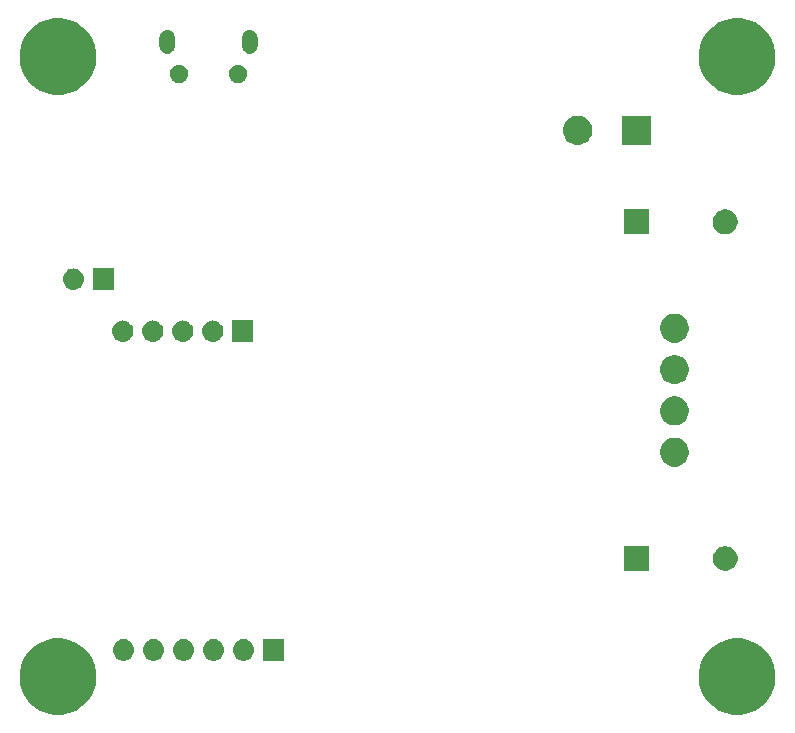
<source format=gbr>
G04 #@! TF.GenerationSoftware,KiCad,Pcbnew,5.1.4-e60b266~84~ubuntu18.04.1*
G04 #@! TF.CreationDate,2020-01-21T10:37:06-03:00*
G04 #@! TF.ProjectId,tecsci_dip,74656373-6369-45f6-9469-702e6b696361,v1.3*
G04 #@! TF.SameCoordinates,Original*
G04 #@! TF.FileFunction,Soldermask,Bot*
G04 #@! TF.FilePolarity,Negative*
%FSLAX46Y46*%
G04 Gerber Fmt 4.6, Leading zero omitted, Abs format (unit mm)*
G04 Created by KiCad (PCBNEW 5.1.4-e60b266~84~ubuntu18.04.1) date 2020-01-21 10:37:06*
%MOMM*%
%LPD*%
G04 APERTURE LIST*
%ADD10C,0.100000*%
G04 APERTURE END LIST*
D10*
G36*
X117884239Y-108061467D02*
G01*
X118198282Y-108123934D01*
X118789926Y-108369001D01*
X119322392Y-108724784D01*
X119775216Y-109177608D01*
X120130999Y-109710074D01*
X120376066Y-110301718D01*
X120376066Y-110301719D01*
X120501000Y-110929803D01*
X120501000Y-111570197D01*
X120438533Y-111884239D01*
X120376066Y-112198282D01*
X120130999Y-112789926D01*
X119775216Y-113322392D01*
X119322392Y-113775216D01*
X118789926Y-114130999D01*
X118198282Y-114376066D01*
X117884239Y-114438533D01*
X117570197Y-114501000D01*
X116929803Y-114501000D01*
X116615761Y-114438533D01*
X116301718Y-114376066D01*
X115710074Y-114130999D01*
X115177608Y-113775216D01*
X114724784Y-113322392D01*
X114369001Y-112789926D01*
X114123934Y-112198282D01*
X114061467Y-111884239D01*
X113999000Y-111570197D01*
X113999000Y-110929803D01*
X114123934Y-110301719D01*
X114123934Y-110301718D01*
X114369001Y-109710074D01*
X114724784Y-109177608D01*
X115177608Y-108724784D01*
X115710074Y-108369001D01*
X116301718Y-108123934D01*
X116615761Y-108061467D01*
X116929803Y-107999000D01*
X117570197Y-107999000D01*
X117884239Y-108061467D01*
X117884239Y-108061467D01*
G37*
G36*
X60384239Y-108061467D02*
G01*
X60698282Y-108123934D01*
X61289926Y-108369001D01*
X61822392Y-108724784D01*
X62275216Y-109177608D01*
X62630999Y-109710074D01*
X62876066Y-110301718D01*
X62876066Y-110301719D01*
X63001000Y-110929803D01*
X63001000Y-111570197D01*
X62938533Y-111884239D01*
X62876066Y-112198282D01*
X62630999Y-112789926D01*
X62275216Y-113322392D01*
X61822392Y-113775216D01*
X61289926Y-114130999D01*
X60698282Y-114376066D01*
X60384239Y-114438533D01*
X60070197Y-114501000D01*
X59429803Y-114501000D01*
X59115761Y-114438533D01*
X58801718Y-114376066D01*
X58210074Y-114130999D01*
X57677608Y-113775216D01*
X57224784Y-113322392D01*
X56869001Y-112789926D01*
X56623934Y-112198282D01*
X56561467Y-111884239D01*
X56499000Y-111570197D01*
X56499000Y-110929803D01*
X56623934Y-110301719D01*
X56623934Y-110301718D01*
X56869001Y-109710074D01*
X57224784Y-109177608D01*
X57677608Y-108724784D01*
X58210074Y-108369001D01*
X58801718Y-108123934D01*
X59115761Y-108061467D01*
X59429803Y-107999000D01*
X60070197Y-107999000D01*
X60384239Y-108061467D01*
X60384239Y-108061467D01*
G37*
G36*
X78901000Y-109901000D02*
G01*
X77099000Y-109901000D01*
X77099000Y-108099000D01*
X78901000Y-108099000D01*
X78901000Y-109901000D01*
X78901000Y-109901000D01*
G37*
G36*
X75570442Y-108105518D02*
G01*
X75636627Y-108112037D01*
X75806466Y-108163557D01*
X75962991Y-108247222D01*
X75998729Y-108276552D01*
X76100186Y-108359814D01*
X76183448Y-108461271D01*
X76212778Y-108497009D01*
X76296443Y-108653534D01*
X76347963Y-108823373D01*
X76365359Y-109000000D01*
X76347963Y-109176627D01*
X76296443Y-109346466D01*
X76212778Y-109502991D01*
X76208237Y-109508524D01*
X76100186Y-109640186D01*
X75998729Y-109723448D01*
X75962991Y-109752778D01*
X75806466Y-109836443D01*
X75636627Y-109887963D01*
X75570443Y-109894481D01*
X75504260Y-109901000D01*
X75415740Y-109901000D01*
X75349557Y-109894481D01*
X75283373Y-109887963D01*
X75113534Y-109836443D01*
X74957009Y-109752778D01*
X74921271Y-109723448D01*
X74819814Y-109640186D01*
X74711763Y-109508524D01*
X74707222Y-109502991D01*
X74623557Y-109346466D01*
X74572037Y-109176627D01*
X74554641Y-109000000D01*
X74572037Y-108823373D01*
X74623557Y-108653534D01*
X74707222Y-108497009D01*
X74736552Y-108461271D01*
X74819814Y-108359814D01*
X74921271Y-108276552D01*
X74957009Y-108247222D01*
X75113534Y-108163557D01*
X75283373Y-108112037D01*
X75349558Y-108105518D01*
X75415740Y-108099000D01*
X75504260Y-108099000D01*
X75570442Y-108105518D01*
X75570442Y-108105518D01*
G37*
G36*
X73030442Y-108105518D02*
G01*
X73096627Y-108112037D01*
X73266466Y-108163557D01*
X73422991Y-108247222D01*
X73458729Y-108276552D01*
X73560186Y-108359814D01*
X73643448Y-108461271D01*
X73672778Y-108497009D01*
X73756443Y-108653534D01*
X73807963Y-108823373D01*
X73825359Y-109000000D01*
X73807963Y-109176627D01*
X73756443Y-109346466D01*
X73672778Y-109502991D01*
X73668237Y-109508524D01*
X73560186Y-109640186D01*
X73458729Y-109723448D01*
X73422991Y-109752778D01*
X73266466Y-109836443D01*
X73096627Y-109887963D01*
X73030443Y-109894481D01*
X72964260Y-109901000D01*
X72875740Y-109901000D01*
X72809557Y-109894481D01*
X72743373Y-109887963D01*
X72573534Y-109836443D01*
X72417009Y-109752778D01*
X72381271Y-109723448D01*
X72279814Y-109640186D01*
X72171763Y-109508524D01*
X72167222Y-109502991D01*
X72083557Y-109346466D01*
X72032037Y-109176627D01*
X72014641Y-109000000D01*
X72032037Y-108823373D01*
X72083557Y-108653534D01*
X72167222Y-108497009D01*
X72196552Y-108461271D01*
X72279814Y-108359814D01*
X72381271Y-108276552D01*
X72417009Y-108247222D01*
X72573534Y-108163557D01*
X72743373Y-108112037D01*
X72809558Y-108105518D01*
X72875740Y-108099000D01*
X72964260Y-108099000D01*
X73030442Y-108105518D01*
X73030442Y-108105518D01*
G37*
G36*
X70490442Y-108105518D02*
G01*
X70556627Y-108112037D01*
X70726466Y-108163557D01*
X70882991Y-108247222D01*
X70918729Y-108276552D01*
X71020186Y-108359814D01*
X71103448Y-108461271D01*
X71132778Y-108497009D01*
X71216443Y-108653534D01*
X71267963Y-108823373D01*
X71285359Y-109000000D01*
X71267963Y-109176627D01*
X71216443Y-109346466D01*
X71132778Y-109502991D01*
X71128237Y-109508524D01*
X71020186Y-109640186D01*
X70918729Y-109723448D01*
X70882991Y-109752778D01*
X70726466Y-109836443D01*
X70556627Y-109887963D01*
X70490443Y-109894481D01*
X70424260Y-109901000D01*
X70335740Y-109901000D01*
X70269557Y-109894481D01*
X70203373Y-109887963D01*
X70033534Y-109836443D01*
X69877009Y-109752778D01*
X69841271Y-109723448D01*
X69739814Y-109640186D01*
X69631763Y-109508524D01*
X69627222Y-109502991D01*
X69543557Y-109346466D01*
X69492037Y-109176627D01*
X69474641Y-109000000D01*
X69492037Y-108823373D01*
X69543557Y-108653534D01*
X69627222Y-108497009D01*
X69656552Y-108461271D01*
X69739814Y-108359814D01*
X69841271Y-108276552D01*
X69877009Y-108247222D01*
X70033534Y-108163557D01*
X70203373Y-108112037D01*
X70269558Y-108105518D01*
X70335740Y-108099000D01*
X70424260Y-108099000D01*
X70490442Y-108105518D01*
X70490442Y-108105518D01*
G37*
G36*
X67950442Y-108105518D02*
G01*
X68016627Y-108112037D01*
X68186466Y-108163557D01*
X68342991Y-108247222D01*
X68378729Y-108276552D01*
X68480186Y-108359814D01*
X68563448Y-108461271D01*
X68592778Y-108497009D01*
X68676443Y-108653534D01*
X68727963Y-108823373D01*
X68745359Y-109000000D01*
X68727963Y-109176627D01*
X68676443Y-109346466D01*
X68592778Y-109502991D01*
X68588237Y-109508524D01*
X68480186Y-109640186D01*
X68378729Y-109723448D01*
X68342991Y-109752778D01*
X68186466Y-109836443D01*
X68016627Y-109887963D01*
X67950443Y-109894481D01*
X67884260Y-109901000D01*
X67795740Y-109901000D01*
X67729557Y-109894481D01*
X67663373Y-109887963D01*
X67493534Y-109836443D01*
X67337009Y-109752778D01*
X67301271Y-109723448D01*
X67199814Y-109640186D01*
X67091763Y-109508524D01*
X67087222Y-109502991D01*
X67003557Y-109346466D01*
X66952037Y-109176627D01*
X66934641Y-109000000D01*
X66952037Y-108823373D01*
X67003557Y-108653534D01*
X67087222Y-108497009D01*
X67116552Y-108461271D01*
X67199814Y-108359814D01*
X67301271Y-108276552D01*
X67337009Y-108247222D01*
X67493534Y-108163557D01*
X67663373Y-108112037D01*
X67729558Y-108105518D01*
X67795740Y-108099000D01*
X67884260Y-108099000D01*
X67950442Y-108105518D01*
X67950442Y-108105518D01*
G37*
G36*
X65410442Y-108105518D02*
G01*
X65476627Y-108112037D01*
X65646466Y-108163557D01*
X65802991Y-108247222D01*
X65838729Y-108276552D01*
X65940186Y-108359814D01*
X66023448Y-108461271D01*
X66052778Y-108497009D01*
X66136443Y-108653534D01*
X66187963Y-108823373D01*
X66205359Y-109000000D01*
X66187963Y-109176627D01*
X66136443Y-109346466D01*
X66052778Y-109502991D01*
X66048237Y-109508524D01*
X65940186Y-109640186D01*
X65838729Y-109723448D01*
X65802991Y-109752778D01*
X65646466Y-109836443D01*
X65476627Y-109887963D01*
X65410443Y-109894481D01*
X65344260Y-109901000D01*
X65255740Y-109901000D01*
X65189557Y-109894481D01*
X65123373Y-109887963D01*
X64953534Y-109836443D01*
X64797009Y-109752778D01*
X64761271Y-109723448D01*
X64659814Y-109640186D01*
X64551763Y-109508524D01*
X64547222Y-109502991D01*
X64463557Y-109346466D01*
X64412037Y-109176627D01*
X64394641Y-109000000D01*
X64412037Y-108823373D01*
X64463557Y-108653534D01*
X64547222Y-108497009D01*
X64576552Y-108461271D01*
X64659814Y-108359814D01*
X64761271Y-108276552D01*
X64797009Y-108247222D01*
X64953534Y-108163557D01*
X65123373Y-108112037D01*
X65189558Y-108105518D01*
X65255740Y-108099000D01*
X65344260Y-108099000D01*
X65410442Y-108105518D01*
X65410442Y-108105518D01*
G37*
G36*
X116556564Y-100239389D02*
G01*
X116747833Y-100318615D01*
X116747835Y-100318616D01*
X116919973Y-100433635D01*
X117066365Y-100580027D01*
X117181385Y-100752167D01*
X117260611Y-100943436D01*
X117301000Y-101146484D01*
X117301000Y-101353516D01*
X117260611Y-101556564D01*
X117181385Y-101747833D01*
X117181384Y-101747835D01*
X117066365Y-101919973D01*
X116919973Y-102066365D01*
X116747835Y-102181384D01*
X116747834Y-102181385D01*
X116747833Y-102181385D01*
X116556564Y-102260611D01*
X116353516Y-102301000D01*
X116146484Y-102301000D01*
X115943436Y-102260611D01*
X115752167Y-102181385D01*
X115752166Y-102181385D01*
X115752165Y-102181384D01*
X115580027Y-102066365D01*
X115433635Y-101919973D01*
X115318616Y-101747835D01*
X115318615Y-101747833D01*
X115239389Y-101556564D01*
X115199000Y-101353516D01*
X115199000Y-101146484D01*
X115239389Y-100943436D01*
X115318615Y-100752167D01*
X115433635Y-100580027D01*
X115580027Y-100433635D01*
X115752165Y-100318616D01*
X115752167Y-100318615D01*
X115943436Y-100239389D01*
X116146484Y-100199000D01*
X116353516Y-100199000D01*
X116556564Y-100239389D01*
X116556564Y-100239389D01*
G37*
G36*
X109801000Y-102301000D02*
G01*
X107699000Y-102301000D01*
X107699000Y-100199000D01*
X109801000Y-100199000D01*
X109801000Y-102301000D01*
X109801000Y-102301000D01*
G37*
G36*
X112307785Y-91070537D02*
G01*
X112531011Y-91163000D01*
X112531013Y-91163001D01*
X112632144Y-91230575D01*
X112731911Y-91297237D01*
X112902763Y-91468089D01*
X113037000Y-91668989D01*
X113129463Y-91892215D01*
X113176600Y-92129189D01*
X113176600Y-92370811D01*
X113129463Y-92607785D01*
X113037000Y-92831011D01*
X113036999Y-92831013D01*
X112902762Y-93031912D01*
X112731912Y-93202762D01*
X112531013Y-93336999D01*
X112531012Y-93337000D01*
X112531011Y-93337000D01*
X112307785Y-93429463D01*
X112070811Y-93476600D01*
X111829189Y-93476600D01*
X111592215Y-93429463D01*
X111368989Y-93337000D01*
X111368988Y-93337000D01*
X111368987Y-93336999D01*
X111168088Y-93202762D01*
X110997238Y-93031912D01*
X110863001Y-92831013D01*
X110863000Y-92831011D01*
X110770537Y-92607785D01*
X110723400Y-92370811D01*
X110723400Y-92129189D01*
X110770537Y-91892215D01*
X110863000Y-91668989D01*
X110997237Y-91468089D01*
X111168089Y-91297237D01*
X111267856Y-91230575D01*
X111368987Y-91163001D01*
X111368989Y-91163000D01*
X111592215Y-91070537D01*
X111829189Y-91023400D01*
X112070811Y-91023400D01*
X112307785Y-91070537D01*
X112307785Y-91070537D01*
G37*
G36*
X112307785Y-87570537D02*
G01*
X112531011Y-87663000D01*
X112531013Y-87663001D01*
X112632144Y-87730575D01*
X112731911Y-87797237D01*
X112902763Y-87968089D01*
X113037000Y-88168989D01*
X113129463Y-88392215D01*
X113176600Y-88629189D01*
X113176600Y-88870811D01*
X113129463Y-89107785D01*
X113037000Y-89331011D01*
X113036999Y-89331013D01*
X112902762Y-89531912D01*
X112731912Y-89702762D01*
X112531013Y-89836999D01*
X112531012Y-89837000D01*
X112531011Y-89837000D01*
X112307785Y-89929463D01*
X112070811Y-89976600D01*
X111829189Y-89976600D01*
X111592215Y-89929463D01*
X111368989Y-89837000D01*
X111368988Y-89837000D01*
X111368987Y-89836999D01*
X111168088Y-89702762D01*
X110997238Y-89531912D01*
X110863001Y-89331013D01*
X110863000Y-89331011D01*
X110770537Y-89107785D01*
X110723400Y-88870811D01*
X110723400Y-88629189D01*
X110770537Y-88392215D01*
X110863000Y-88168989D01*
X110997237Y-87968089D01*
X111168089Y-87797237D01*
X111267856Y-87730575D01*
X111368987Y-87663001D01*
X111368989Y-87663000D01*
X111592215Y-87570537D01*
X111829189Y-87523400D01*
X112070811Y-87523400D01*
X112307785Y-87570537D01*
X112307785Y-87570537D01*
G37*
G36*
X112307785Y-84070537D02*
G01*
X112531011Y-84163000D01*
X112531013Y-84163001D01*
X112632144Y-84230575D01*
X112731911Y-84297237D01*
X112902763Y-84468089D01*
X113037000Y-84668989D01*
X113129463Y-84892215D01*
X113176600Y-85129189D01*
X113176600Y-85370811D01*
X113129463Y-85607785D01*
X113037000Y-85831011D01*
X113036999Y-85831013D01*
X112902762Y-86031912D01*
X112731912Y-86202762D01*
X112531013Y-86336999D01*
X112531012Y-86337000D01*
X112531011Y-86337000D01*
X112307785Y-86429463D01*
X112070811Y-86476600D01*
X111829189Y-86476600D01*
X111592215Y-86429463D01*
X111368989Y-86337000D01*
X111368988Y-86337000D01*
X111368987Y-86336999D01*
X111168088Y-86202762D01*
X110997238Y-86031912D01*
X110863001Y-85831013D01*
X110863000Y-85831011D01*
X110770537Y-85607785D01*
X110723400Y-85370811D01*
X110723400Y-85129189D01*
X110770537Y-84892215D01*
X110863000Y-84668989D01*
X110997237Y-84468089D01*
X111168089Y-84297237D01*
X111267856Y-84230575D01*
X111368987Y-84163001D01*
X111368989Y-84163000D01*
X111592215Y-84070537D01*
X111829189Y-84023400D01*
X112070811Y-84023400D01*
X112307785Y-84070537D01*
X112307785Y-84070537D01*
G37*
G36*
X112307785Y-80570537D02*
G01*
X112531011Y-80663000D01*
X112531013Y-80663001D01*
X112731912Y-80797238D01*
X112902762Y-80968088D01*
X113033371Y-81163557D01*
X113037000Y-81168989D01*
X113129463Y-81392215D01*
X113176600Y-81629189D01*
X113176600Y-81870811D01*
X113129463Y-82107785D01*
X113037000Y-82331011D01*
X113036999Y-82331013D01*
X113026672Y-82346468D01*
X112922087Y-82502991D01*
X112902762Y-82531912D01*
X112731912Y-82702762D01*
X112531013Y-82836999D01*
X112531012Y-82837000D01*
X112531011Y-82837000D01*
X112307785Y-82929463D01*
X112070811Y-82976600D01*
X111829189Y-82976600D01*
X111592215Y-82929463D01*
X111368989Y-82837000D01*
X111368988Y-82837000D01*
X111368987Y-82836999D01*
X111168088Y-82702762D01*
X110997238Y-82531912D01*
X110977914Y-82502991D01*
X110873328Y-82346468D01*
X110863001Y-82331013D01*
X110863000Y-82331011D01*
X110770537Y-82107785D01*
X110723400Y-81870811D01*
X110723400Y-81629189D01*
X110770537Y-81392215D01*
X110863000Y-81168989D01*
X110866630Y-81163557D01*
X110997238Y-80968088D01*
X111168088Y-80797238D01*
X111368987Y-80663001D01*
X111368989Y-80663000D01*
X111592215Y-80570537D01*
X111829189Y-80523400D01*
X112070811Y-80523400D01*
X112307785Y-80570537D01*
X112307785Y-80570537D01*
G37*
G36*
X67890443Y-81105519D02*
G01*
X67956627Y-81112037D01*
X68126466Y-81163557D01*
X68126468Y-81163558D01*
X68204728Y-81205389D01*
X68282991Y-81247222D01*
X68318729Y-81276552D01*
X68420186Y-81359814D01*
X68503448Y-81461271D01*
X68532778Y-81497009D01*
X68616443Y-81653534D01*
X68667963Y-81823373D01*
X68685359Y-82000000D01*
X68667963Y-82176627D01*
X68616443Y-82346466D01*
X68532778Y-82502991D01*
X68509044Y-82531911D01*
X68420186Y-82640186D01*
X68318729Y-82723448D01*
X68282991Y-82752778D01*
X68126466Y-82836443D01*
X67956627Y-82887963D01*
X67890443Y-82894481D01*
X67824260Y-82901000D01*
X67735740Y-82901000D01*
X67669557Y-82894481D01*
X67603373Y-82887963D01*
X67433534Y-82836443D01*
X67277009Y-82752778D01*
X67241271Y-82723448D01*
X67139814Y-82640186D01*
X67050956Y-82531911D01*
X67027222Y-82502991D01*
X66943557Y-82346466D01*
X66892037Y-82176627D01*
X66874641Y-82000000D01*
X66892037Y-81823373D01*
X66943557Y-81653534D01*
X67027222Y-81497009D01*
X67056552Y-81461271D01*
X67139814Y-81359814D01*
X67241271Y-81276552D01*
X67277009Y-81247222D01*
X67355272Y-81205389D01*
X67433532Y-81163558D01*
X67433534Y-81163557D01*
X67603373Y-81112037D01*
X67669557Y-81105519D01*
X67735740Y-81099000D01*
X67824260Y-81099000D01*
X67890443Y-81105519D01*
X67890443Y-81105519D01*
G37*
G36*
X65350443Y-81105519D02*
G01*
X65416627Y-81112037D01*
X65586466Y-81163557D01*
X65586468Y-81163558D01*
X65664728Y-81205389D01*
X65742991Y-81247222D01*
X65778729Y-81276552D01*
X65880186Y-81359814D01*
X65963448Y-81461271D01*
X65992778Y-81497009D01*
X66076443Y-81653534D01*
X66127963Y-81823373D01*
X66145359Y-82000000D01*
X66127963Y-82176627D01*
X66076443Y-82346466D01*
X65992778Y-82502991D01*
X65969044Y-82531911D01*
X65880186Y-82640186D01*
X65778729Y-82723448D01*
X65742991Y-82752778D01*
X65586466Y-82836443D01*
X65416627Y-82887963D01*
X65350443Y-82894481D01*
X65284260Y-82901000D01*
X65195740Y-82901000D01*
X65129557Y-82894481D01*
X65063373Y-82887963D01*
X64893534Y-82836443D01*
X64737009Y-82752778D01*
X64701271Y-82723448D01*
X64599814Y-82640186D01*
X64510956Y-82531911D01*
X64487222Y-82502991D01*
X64403557Y-82346466D01*
X64352037Y-82176627D01*
X64334641Y-82000000D01*
X64352037Y-81823373D01*
X64403557Y-81653534D01*
X64487222Y-81497009D01*
X64516552Y-81461271D01*
X64599814Y-81359814D01*
X64701271Y-81276552D01*
X64737009Y-81247222D01*
X64815272Y-81205389D01*
X64893532Y-81163558D01*
X64893534Y-81163557D01*
X65063373Y-81112037D01*
X65129557Y-81105519D01*
X65195740Y-81099000D01*
X65284260Y-81099000D01*
X65350443Y-81105519D01*
X65350443Y-81105519D01*
G37*
G36*
X72970443Y-81105519D02*
G01*
X73036627Y-81112037D01*
X73206466Y-81163557D01*
X73206468Y-81163558D01*
X73284728Y-81205389D01*
X73362991Y-81247222D01*
X73398729Y-81276552D01*
X73500186Y-81359814D01*
X73583448Y-81461271D01*
X73612778Y-81497009D01*
X73696443Y-81653534D01*
X73747963Y-81823373D01*
X73765359Y-82000000D01*
X73747963Y-82176627D01*
X73696443Y-82346466D01*
X73612778Y-82502991D01*
X73589044Y-82531911D01*
X73500186Y-82640186D01*
X73398729Y-82723448D01*
X73362991Y-82752778D01*
X73206466Y-82836443D01*
X73036627Y-82887963D01*
X72970443Y-82894481D01*
X72904260Y-82901000D01*
X72815740Y-82901000D01*
X72749557Y-82894481D01*
X72683373Y-82887963D01*
X72513534Y-82836443D01*
X72357009Y-82752778D01*
X72321271Y-82723448D01*
X72219814Y-82640186D01*
X72130956Y-82531911D01*
X72107222Y-82502991D01*
X72023557Y-82346466D01*
X71972037Y-82176627D01*
X71954641Y-82000000D01*
X71972037Y-81823373D01*
X72023557Y-81653534D01*
X72107222Y-81497009D01*
X72136552Y-81461271D01*
X72219814Y-81359814D01*
X72321271Y-81276552D01*
X72357009Y-81247222D01*
X72435272Y-81205389D01*
X72513532Y-81163558D01*
X72513534Y-81163557D01*
X72683373Y-81112037D01*
X72749557Y-81105519D01*
X72815740Y-81099000D01*
X72904260Y-81099000D01*
X72970443Y-81105519D01*
X72970443Y-81105519D01*
G37*
G36*
X76301000Y-82901000D02*
G01*
X74499000Y-82901000D01*
X74499000Y-81099000D01*
X76301000Y-81099000D01*
X76301000Y-82901000D01*
X76301000Y-82901000D01*
G37*
G36*
X70430443Y-81105519D02*
G01*
X70496627Y-81112037D01*
X70666466Y-81163557D01*
X70666468Y-81163558D01*
X70744728Y-81205389D01*
X70822991Y-81247222D01*
X70858729Y-81276552D01*
X70960186Y-81359814D01*
X71043448Y-81461271D01*
X71072778Y-81497009D01*
X71156443Y-81653534D01*
X71207963Y-81823373D01*
X71225359Y-82000000D01*
X71207963Y-82176627D01*
X71156443Y-82346466D01*
X71072778Y-82502991D01*
X71049044Y-82531911D01*
X70960186Y-82640186D01*
X70858729Y-82723448D01*
X70822991Y-82752778D01*
X70666466Y-82836443D01*
X70496627Y-82887963D01*
X70430443Y-82894481D01*
X70364260Y-82901000D01*
X70275740Y-82901000D01*
X70209557Y-82894481D01*
X70143373Y-82887963D01*
X69973534Y-82836443D01*
X69817009Y-82752778D01*
X69781271Y-82723448D01*
X69679814Y-82640186D01*
X69590956Y-82531911D01*
X69567222Y-82502991D01*
X69483557Y-82346466D01*
X69432037Y-82176627D01*
X69414641Y-82000000D01*
X69432037Y-81823373D01*
X69483557Y-81653534D01*
X69567222Y-81497009D01*
X69596552Y-81461271D01*
X69679814Y-81359814D01*
X69781271Y-81276552D01*
X69817009Y-81247222D01*
X69895272Y-81205389D01*
X69973532Y-81163558D01*
X69973534Y-81163557D01*
X70143373Y-81112037D01*
X70209557Y-81105519D01*
X70275740Y-81099000D01*
X70364260Y-81099000D01*
X70430443Y-81105519D01*
X70430443Y-81105519D01*
G37*
G36*
X64501000Y-78501000D02*
G01*
X62699000Y-78501000D01*
X62699000Y-76699000D01*
X64501000Y-76699000D01*
X64501000Y-78501000D01*
X64501000Y-78501000D01*
G37*
G36*
X61170443Y-76705519D02*
G01*
X61236627Y-76712037D01*
X61406466Y-76763557D01*
X61562991Y-76847222D01*
X61598729Y-76876552D01*
X61700186Y-76959814D01*
X61783448Y-77061271D01*
X61812778Y-77097009D01*
X61896443Y-77253534D01*
X61947963Y-77423373D01*
X61965359Y-77600000D01*
X61947963Y-77776627D01*
X61896443Y-77946466D01*
X61812778Y-78102991D01*
X61783448Y-78138729D01*
X61700186Y-78240186D01*
X61598729Y-78323448D01*
X61562991Y-78352778D01*
X61406466Y-78436443D01*
X61236627Y-78487963D01*
X61170442Y-78494482D01*
X61104260Y-78501000D01*
X61015740Y-78501000D01*
X60949558Y-78494482D01*
X60883373Y-78487963D01*
X60713534Y-78436443D01*
X60557009Y-78352778D01*
X60521271Y-78323448D01*
X60419814Y-78240186D01*
X60336552Y-78138729D01*
X60307222Y-78102991D01*
X60223557Y-77946466D01*
X60172037Y-77776627D01*
X60154641Y-77600000D01*
X60172037Y-77423373D01*
X60223557Y-77253534D01*
X60307222Y-77097009D01*
X60336552Y-77061271D01*
X60419814Y-76959814D01*
X60521271Y-76876552D01*
X60557009Y-76847222D01*
X60713534Y-76763557D01*
X60883373Y-76712037D01*
X60949557Y-76705519D01*
X61015740Y-76699000D01*
X61104260Y-76699000D01*
X61170443Y-76705519D01*
X61170443Y-76705519D01*
G37*
G36*
X116556564Y-71739389D02*
G01*
X116747833Y-71818615D01*
X116747835Y-71818616D01*
X116919973Y-71933635D01*
X117066365Y-72080027D01*
X117181385Y-72252167D01*
X117260611Y-72443436D01*
X117301000Y-72646484D01*
X117301000Y-72853516D01*
X117260611Y-73056564D01*
X117181385Y-73247833D01*
X117181384Y-73247835D01*
X117066365Y-73419973D01*
X116919973Y-73566365D01*
X116747835Y-73681384D01*
X116747834Y-73681385D01*
X116747833Y-73681385D01*
X116556564Y-73760611D01*
X116353516Y-73801000D01*
X116146484Y-73801000D01*
X115943436Y-73760611D01*
X115752167Y-73681385D01*
X115752166Y-73681385D01*
X115752165Y-73681384D01*
X115580027Y-73566365D01*
X115433635Y-73419973D01*
X115318616Y-73247835D01*
X115318615Y-73247833D01*
X115239389Y-73056564D01*
X115199000Y-72853516D01*
X115199000Y-72646484D01*
X115239389Y-72443436D01*
X115318615Y-72252167D01*
X115433635Y-72080027D01*
X115580027Y-71933635D01*
X115752165Y-71818616D01*
X115752167Y-71818615D01*
X115943436Y-71739389D01*
X116146484Y-71699000D01*
X116353516Y-71699000D01*
X116556564Y-71739389D01*
X116556564Y-71739389D01*
G37*
G36*
X109801000Y-73801000D02*
G01*
X107699000Y-73801000D01*
X107699000Y-71699000D01*
X109801000Y-71699000D01*
X109801000Y-73801000D01*
X109801000Y-73801000D01*
G37*
G36*
X109976600Y-66226600D02*
G01*
X107523400Y-66226600D01*
X107523400Y-63773400D01*
X109976600Y-63773400D01*
X109976600Y-66226600D01*
X109976600Y-66226600D01*
G37*
G36*
X104107785Y-63820537D02*
G01*
X104331011Y-63913000D01*
X104331013Y-63913001D01*
X104432144Y-63980575D01*
X104531911Y-64047237D01*
X104702763Y-64218089D01*
X104837000Y-64418989D01*
X104929463Y-64642215D01*
X104976600Y-64879189D01*
X104976600Y-65120811D01*
X104929463Y-65357785D01*
X104837000Y-65581011D01*
X104836999Y-65581013D01*
X104702762Y-65781912D01*
X104531912Y-65952762D01*
X104331013Y-66086999D01*
X104331012Y-66087000D01*
X104331011Y-66087000D01*
X104107785Y-66179463D01*
X103870811Y-66226600D01*
X103629189Y-66226600D01*
X103392215Y-66179463D01*
X103168989Y-66087000D01*
X103168988Y-66087000D01*
X103168987Y-66086999D01*
X102968088Y-65952762D01*
X102797238Y-65781912D01*
X102663001Y-65581013D01*
X102663000Y-65581011D01*
X102570537Y-65357785D01*
X102523400Y-65120811D01*
X102523400Y-64879189D01*
X102570537Y-64642215D01*
X102663000Y-64418989D01*
X102797237Y-64218089D01*
X102968089Y-64047237D01*
X103067856Y-63980575D01*
X103168987Y-63913001D01*
X103168989Y-63913000D01*
X103392215Y-63820537D01*
X103629189Y-63773400D01*
X103870811Y-63773400D01*
X104107785Y-63820537D01*
X104107785Y-63820537D01*
G37*
G36*
X117884239Y-55561467D02*
G01*
X118198282Y-55623934D01*
X118789926Y-55869001D01*
X119079523Y-56062504D01*
X119322391Y-56224783D01*
X119775217Y-56677609D01*
X119790388Y-56700314D01*
X120130999Y-57210074D01*
X120376066Y-57801718D01*
X120376066Y-57801719D01*
X120501000Y-58429803D01*
X120501000Y-59070197D01*
X120438533Y-59384239D01*
X120376066Y-59698282D01*
X120130999Y-60289926D01*
X119775216Y-60822392D01*
X119322392Y-61275216D01*
X118789926Y-61630999D01*
X118198282Y-61876066D01*
X117884239Y-61938533D01*
X117570197Y-62001000D01*
X116929803Y-62001000D01*
X116615761Y-61938533D01*
X116301718Y-61876066D01*
X115710074Y-61630999D01*
X115177608Y-61275216D01*
X114724784Y-60822392D01*
X114369001Y-60289926D01*
X114123934Y-59698282D01*
X114061467Y-59384239D01*
X113999000Y-59070197D01*
X113999000Y-58429803D01*
X114123934Y-57801719D01*
X114123934Y-57801718D01*
X114369001Y-57210074D01*
X114709612Y-56700314D01*
X114724783Y-56677609D01*
X115177609Y-56224783D01*
X115420477Y-56062504D01*
X115710074Y-55869001D01*
X116301718Y-55623934D01*
X116615761Y-55561467D01*
X116929803Y-55499000D01*
X117570197Y-55499000D01*
X117884239Y-55561467D01*
X117884239Y-55561467D01*
G37*
G36*
X60384239Y-55561467D02*
G01*
X60698282Y-55623934D01*
X61289926Y-55869001D01*
X61579523Y-56062504D01*
X61822391Y-56224783D01*
X62275217Y-56677609D01*
X62290388Y-56700314D01*
X62630999Y-57210074D01*
X62876066Y-57801718D01*
X62876066Y-57801719D01*
X63001000Y-58429803D01*
X63001000Y-59070197D01*
X62938533Y-59384239D01*
X62876066Y-59698282D01*
X62630999Y-60289926D01*
X62275216Y-60822392D01*
X61822392Y-61275216D01*
X61289926Y-61630999D01*
X60698282Y-61876066D01*
X60384239Y-61938533D01*
X60070197Y-62001000D01*
X59429803Y-62001000D01*
X59115761Y-61938533D01*
X58801718Y-61876066D01*
X58210074Y-61630999D01*
X57677608Y-61275216D01*
X57224784Y-60822392D01*
X56869001Y-60289926D01*
X56623934Y-59698282D01*
X56561467Y-59384239D01*
X56499000Y-59070197D01*
X56499000Y-58429803D01*
X56623934Y-57801719D01*
X56623934Y-57801718D01*
X56869001Y-57210074D01*
X57209612Y-56700314D01*
X57224783Y-56677609D01*
X57677609Y-56224783D01*
X57920477Y-56062504D01*
X58210074Y-55869001D01*
X58801718Y-55623934D01*
X59115761Y-55561467D01*
X59429803Y-55499000D01*
X60070197Y-55499000D01*
X60384239Y-55561467D01*
X60384239Y-55561467D01*
G37*
G36*
X75226348Y-59466320D02*
G01*
X75226350Y-59466321D01*
X75226351Y-59466321D01*
X75367574Y-59524817D01*
X75367577Y-59524819D01*
X75494669Y-59609739D01*
X75602761Y-59717831D01*
X75687681Y-59844923D01*
X75687683Y-59844926D01*
X75746179Y-59986149D01*
X75746180Y-59986152D01*
X75768177Y-60096742D01*
X75776000Y-60136071D01*
X75776000Y-60288929D01*
X75746179Y-60438851D01*
X75687683Y-60580074D01*
X75687681Y-60580077D01*
X75602761Y-60707169D01*
X75494669Y-60815261D01*
X75370757Y-60898056D01*
X75367574Y-60900183D01*
X75226351Y-60958679D01*
X75226350Y-60958679D01*
X75226348Y-60958680D01*
X75076431Y-60988500D01*
X74923569Y-60988500D01*
X74773652Y-60958680D01*
X74773650Y-60958679D01*
X74773649Y-60958679D01*
X74632426Y-60900183D01*
X74629243Y-60898056D01*
X74505331Y-60815261D01*
X74397239Y-60707169D01*
X74312319Y-60580077D01*
X74312317Y-60580074D01*
X74253821Y-60438851D01*
X74224000Y-60288929D01*
X74224000Y-60136071D01*
X74231823Y-60096742D01*
X74253820Y-59986152D01*
X74253821Y-59986149D01*
X74312317Y-59844926D01*
X74312319Y-59844923D01*
X74397239Y-59717831D01*
X74505331Y-59609739D01*
X74632423Y-59524819D01*
X74632426Y-59524817D01*
X74773649Y-59466321D01*
X74773650Y-59466321D01*
X74773652Y-59466320D01*
X74923569Y-59436500D01*
X75076431Y-59436500D01*
X75226348Y-59466320D01*
X75226348Y-59466320D01*
G37*
G36*
X70226348Y-59466320D02*
G01*
X70226350Y-59466321D01*
X70226351Y-59466321D01*
X70367574Y-59524817D01*
X70367577Y-59524819D01*
X70494669Y-59609739D01*
X70602761Y-59717831D01*
X70687681Y-59844923D01*
X70687683Y-59844926D01*
X70746179Y-59986149D01*
X70746180Y-59986152D01*
X70768177Y-60096742D01*
X70776000Y-60136071D01*
X70776000Y-60288929D01*
X70746179Y-60438851D01*
X70687683Y-60580074D01*
X70687681Y-60580077D01*
X70602761Y-60707169D01*
X70494669Y-60815261D01*
X70370757Y-60898056D01*
X70367574Y-60900183D01*
X70226351Y-60958679D01*
X70226350Y-60958679D01*
X70226348Y-60958680D01*
X70076431Y-60988500D01*
X69923569Y-60988500D01*
X69773652Y-60958680D01*
X69773650Y-60958679D01*
X69773649Y-60958679D01*
X69632426Y-60900183D01*
X69629243Y-60898056D01*
X69505331Y-60815261D01*
X69397239Y-60707169D01*
X69312319Y-60580077D01*
X69312317Y-60580074D01*
X69253821Y-60438851D01*
X69224000Y-60288929D01*
X69224000Y-60136071D01*
X69231823Y-60096742D01*
X69253820Y-59986152D01*
X69253821Y-59986149D01*
X69312317Y-59844926D01*
X69312319Y-59844923D01*
X69397239Y-59717831D01*
X69505331Y-59609739D01*
X69632423Y-59524819D01*
X69632426Y-59524817D01*
X69773649Y-59466321D01*
X69773650Y-59466321D01*
X69773652Y-59466320D01*
X69923569Y-59436500D01*
X70076431Y-59436500D01*
X70226348Y-59466320D01*
X70226348Y-59466320D01*
G37*
G36*
X76127617Y-56520920D02*
G01*
X76218403Y-56548460D01*
X76250335Y-56558146D01*
X76363424Y-56618594D01*
X76462554Y-56699947D01*
X76543906Y-56799075D01*
X76604354Y-56912164D01*
X76607153Y-56921392D01*
X76641580Y-57034882D01*
X76651000Y-57130527D01*
X76651000Y-57894473D01*
X76641580Y-57990118D01*
X76614040Y-58080904D01*
X76604354Y-58112836D01*
X76543906Y-58225925D01*
X76462554Y-58325054D01*
X76363425Y-58406406D01*
X76250336Y-58466854D01*
X76218404Y-58476540D01*
X76127618Y-58504080D01*
X76000000Y-58516649D01*
X75872383Y-58504080D01*
X75781597Y-58476540D01*
X75749665Y-58466854D01*
X75636576Y-58406406D01*
X75537447Y-58325054D01*
X75456095Y-58225925D01*
X75395648Y-58112837D01*
X75395645Y-58112832D01*
X75358420Y-57990118D01*
X75349000Y-57894473D01*
X75349000Y-57130528D01*
X75358420Y-57034883D01*
X75395645Y-56912169D01*
X75395646Y-56912165D01*
X75456094Y-56799076D01*
X75537447Y-56699946D01*
X75636575Y-56618594D01*
X75749664Y-56558146D01*
X75781596Y-56548460D01*
X75872382Y-56520920D01*
X76000000Y-56508351D01*
X76127617Y-56520920D01*
X76127617Y-56520920D01*
G37*
G36*
X69127618Y-56520920D02*
G01*
X69218404Y-56548460D01*
X69250336Y-56558146D01*
X69363425Y-56618594D01*
X69462554Y-56699946D01*
X69543906Y-56799075D01*
X69604354Y-56912164D01*
X69607153Y-56921392D01*
X69641580Y-57034882D01*
X69651000Y-57130527D01*
X69651000Y-57894473D01*
X69641580Y-57990118D01*
X69614040Y-58080904D01*
X69604354Y-58112836D01*
X69543906Y-58225925D01*
X69462554Y-58325053D01*
X69363424Y-58406406D01*
X69250335Y-58466854D01*
X69218403Y-58476540D01*
X69127617Y-58504080D01*
X69000000Y-58516649D01*
X68872382Y-58504080D01*
X68781596Y-58476540D01*
X68749664Y-58466854D01*
X68636575Y-58406406D01*
X68537447Y-58325054D01*
X68456094Y-58225924D01*
X68395646Y-58112835D01*
X68385960Y-58080903D01*
X68358420Y-57990117D01*
X68349000Y-57894472D01*
X68349000Y-57130527D01*
X68358420Y-57034882D01*
X68395645Y-56912168D01*
X68434586Y-56839315D01*
X68456095Y-56799075D01*
X68537447Y-56699946D01*
X68636576Y-56618594D01*
X68749665Y-56558146D01*
X68781597Y-56548460D01*
X68872383Y-56520920D01*
X69000000Y-56508351D01*
X69127618Y-56520920D01*
X69127618Y-56520920D01*
G37*
M02*

</source>
